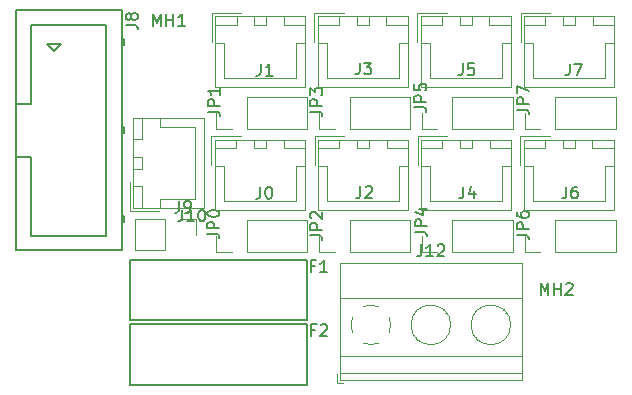
<source format=gbr>
%TF.GenerationSoftware,KiCad,Pcbnew,(5.1.10-1-10_14)*%
%TF.CreationDate,2022-01-16T00:04:22-08:00*%
%TF.ProjectId,FanExpander-kicad,46616e45-7870-4616-9e64-65722d6b6963,rev?*%
%TF.SameCoordinates,Original*%
%TF.FileFunction,Legend,Top*%
%TF.FilePolarity,Positive*%
%FSLAX46Y46*%
G04 Gerber Fmt 4.6, Leading zero omitted, Abs format (unit mm)*
G04 Created by KiCad (PCBNEW (5.1.10-1-10_14)) date 2022-01-16 00:04:22*
%MOMM*%
%LPD*%
G01*
G04 APERTURE LIST*
%ADD10C,0.120000*%
%ADD11C,0.150000*%
G04 APERTURE END LIST*
D10*
%TO.C,J12*%
X73892200Y-73710800D02*
G75*
G03*
X73892200Y-73710800I-1680000J0D01*
G01*
X78972200Y-73710800D02*
G75*
G03*
X78972200Y-73710800I-1680000J0D01*
G01*
X64532200Y-77810800D02*
X79892200Y-77810800D01*
X64532200Y-76310800D02*
X79892200Y-76310800D01*
X64532200Y-71409800D02*
X79892200Y-71409800D01*
X64532200Y-68449800D02*
X79892200Y-68449800D01*
X64532200Y-78370800D02*
X79892200Y-78370800D01*
X64532200Y-68449800D02*
X64532200Y-78370800D01*
X79892200Y-68449800D02*
X79892200Y-78370800D01*
X73487200Y-72641800D02*
X73440200Y-72687800D01*
X71178200Y-74949800D02*
X71143200Y-74984800D01*
X73282200Y-72435800D02*
X73247200Y-72471800D01*
X70985200Y-74733800D02*
X70938200Y-74779800D01*
X78567200Y-72641800D02*
X78520200Y-72687800D01*
X76258200Y-74949800D02*
X76223200Y-74984800D01*
X78362200Y-72435800D02*
X78327200Y-72471800D01*
X76065200Y-74733800D02*
X76018200Y-74779800D01*
X64292200Y-77870800D02*
X64292200Y-78610800D01*
X64292200Y-78610800D02*
X64792200Y-78610800D01*
X67161005Y-75391053D02*
G75*
G02*
X66448200Y-75245800I-28805J1680253D01*
G01*
X65596774Y-74393842D02*
G75*
G02*
X65597200Y-73026800I1535426J683042D01*
G01*
X66449158Y-72175374D02*
G75*
G02*
X67816200Y-72175800I683042J-1535426D01*
G01*
X68667626Y-73027758D02*
G75*
G02*
X68667200Y-74394800I-1535426J-683042D01*
G01*
X67815518Y-75245556D02*
G75*
G02*
X67132200Y-75390800I-683318J1534756D01*
G01*
D11*
%TO.C,F1*%
X61754400Y-73314400D02*
X61754400Y-68214400D01*
X61754400Y-68214400D02*
X46754400Y-68214400D01*
X46754400Y-68214400D02*
X46754400Y-73314400D01*
X46754400Y-73314400D02*
X61754400Y-73314400D01*
%TO.C,F2*%
X61754400Y-78775400D02*
X61754400Y-73675400D01*
X61754400Y-73675400D02*
X46754400Y-73675400D01*
X46754400Y-73675400D02*
X46754400Y-78775400D01*
X46754400Y-78775400D02*
X61754400Y-78775400D01*
%TO.C,J8*%
X37084400Y-47088900D02*
X46024400Y-47088900D01*
X46024400Y-47088900D02*
X46024400Y-67388900D01*
X46024400Y-67388900D02*
X37084400Y-67388900D01*
X37084400Y-67388900D02*
X37084400Y-47088900D01*
X37084400Y-55013900D02*
X38384400Y-55013900D01*
X38384400Y-55013900D02*
X38384400Y-48288900D01*
X38384400Y-48288900D02*
X44724400Y-48288900D01*
X44724400Y-48288900D02*
X44724400Y-66188900D01*
X44724400Y-66188900D02*
X38384400Y-66188900D01*
X38384400Y-66188900D02*
X38384400Y-59463900D01*
X38384400Y-59463900D02*
X37084400Y-59463900D01*
X46024400Y-56988900D02*
X46224400Y-56988900D01*
X46224400Y-56988900D02*
X46224400Y-57488900D01*
X46224400Y-57488900D02*
X46024400Y-57488900D01*
X46124400Y-56988900D02*
X46124400Y-57488900D01*
X46024400Y-64468900D02*
X46224400Y-64468900D01*
X46224400Y-64468900D02*
X46224400Y-64968900D01*
X46224400Y-64968900D02*
X46024400Y-64968900D01*
X46124400Y-64468900D02*
X46124400Y-64968900D01*
X46024400Y-49508900D02*
X46224400Y-49508900D01*
X46224400Y-49508900D02*
X46224400Y-50008900D01*
X46224400Y-50008900D02*
X46024400Y-50008900D01*
X46124400Y-49508900D02*
X46124400Y-50008900D01*
X39684400Y-49958900D02*
X40884400Y-49958900D01*
X40884400Y-49958900D02*
X40284400Y-50558900D01*
X40284400Y-50558900D02*
X39684400Y-49958900D01*
D10*
%TO.C,J3*%
X62639100Y-47588000D02*
X62639100Y-53538000D01*
X62639100Y-53538000D02*
X70239100Y-53538000D01*
X70239100Y-53538000D02*
X70239100Y-47588000D01*
X70239100Y-47588000D02*
X62639100Y-47588000D01*
X65939100Y-47588000D02*
X65939100Y-48338000D01*
X65939100Y-48338000D02*
X66939100Y-48338000D01*
X66939100Y-48338000D02*
X66939100Y-47588000D01*
X66939100Y-47588000D02*
X65939100Y-47588000D01*
X62639100Y-47588000D02*
X62639100Y-48338000D01*
X62639100Y-48338000D02*
X64439100Y-48338000D01*
X64439100Y-48338000D02*
X64439100Y-47588000D01*
X64439100Y-47588000D02*
X62639100Y-47588000D01*
X68439100Y-47588000D02*
X68439100Y-48338000D01*
X68439100Y-48338000D02*
X70239100Y-48338000D01*
X70239100Y-48338000D02*
X70239100Y-47588000D01*
X70239100Y-47588000D02*
X68439100Y-47588000D01*
X62639100Y-49838000D02*
X63389100Y-49838000D01*
X63389100Y-49838000D02*
X63389100Y-52788000D01*
X63389100Y-52788000D02*
X66439100Y-52788000D01*
X70239100Y-49838000D02*
X69489100Y-49838000D01*
X69489100Y-49838000D02*
X69489100Y-52788000D01*
X69489100Y-52788000D02*
X66439100Y-52788000D01*
X64839100Y-47288000D02*
X62339100Y-47288000D01*
X62339100Y-47288000D02*
X62339100Y-49788000D01*
%TO.C,J9*%
X52333200Y-64735400D02*
X52333200Y-66065400D01*
X51003200Y-64735400D02*
X52333200Y-64735400D01*
X49733200Y-64735400D02*
X49733200Y-67395400D01*
X49733200Y-67395400D02*
X47133200Y-67395400D01*
X49733200Y-64735400D02*
X47133200Y-64735400D01*
X47133200Y-64735400D02*
X47133200Y-67395400D01*
%TO.C,JP0*%
X61756600Y-67522400D02*
X61756600Y-64862400D01*
X56616600Y-67522400D02*
X61756600Y-67522400D01*
X56616600Y-64862400D02*
X61756600Y-64862400D01*
X56616600Y-67522400D02*
X56616600Y-64862400D01*
X55346600Y-67522400D02*
X54016600Y-67522400D01*
X54016600Y-67522400D02*
X54016600Y-66192400D01*
%TO.C,J10*%
X47029200Y-63789400D02*
X52979200Y-63789400D01*
X52979200Y-63789400D02*
X52979200Y-56189400D01*
X52979200Y-56189400D02*
X47029200Y-56189400D01*
X47029200Y-56189400D02*
X47029200Y-63789400D01*
X47029200Y-60489400D02*
X47779200Y-60489400D01*
X47779200Y-60489400D02*
X47779200Y-59489400D01*
X47779200Y-59489400D02*
X47029200Y-59489400D01*
X47029200Y-59489400D02*
X47029200Y-60489400D01*
X47029200Y-63789400D02*
X47779200Y-63789400D01*
X47779200Y-63789400D02*
X47779200Y-61989400D01*
X47779200Y-61989400D02*
X47029200Y-61989400D01*
X47029200Y-61989400D02*
X47029200Y-63789400D01*
X47029200Y-57989400D02*
X47779200Y-57989400D01*
X47779200Y-57989400D02*
X47779200Y-56189400D01*
X47779200Y-56189400D02*
X47029200Y-56189400D01*
X47029200Y-56189400D02*
X47029200Y-57989400D01*
X49279200Y-63789400D02*
X49279200Y-63039400D01*
X49279200Y-63039400D02*
X52229200Y-63039400D01*
X52229200Y-63039400D02*
X52229200Y-59989400D01*
X49279200Y-56189400D02*
X49279200Y-56939400D01*
X49279200Y-56939400D02*
X52229200Y-56939400D01*
X52229200Y-56939400D02*
X52229200Y-59989400D01*
X46729200Y-61589400D02*
X46729200Y-64089400D01*
X46729200Y-64089400D02*
X49229200Y-64089400D01*
%TO.C,J0*%
X53939600Y-58014700D02*
X53939600Y-63964700D01*
X53939600Y-63964700D02*
X61539600Y-63964700D01*
X61539600Y-63964700D02*
X61539600Y-58014700D01*
X61539600Y-58014700D02*
X53939600Y-58014700D01*
X57239600Y-58014700D02*
X57239600Y-58764700D01*
X57239600Y-58764700D02*
X58239600Y-58764700D01*
X58239600Y-58764700D02*
X58239600Y-58014700D01*
X58239600Y-58014700D02*
X57239600Y-58014700D01*
X53939600Y-58014700D02*
X53939600Y-58764700D01*
X53939600Y-58764700D02*
X55739600Y-58764700D01*
X55739600Y-58764700D02*
X55739600Y-58014700D01*
X55739600Y-58014700D02*
X53939600Y-58014700D01*
X59739600Y-58014700D02*
X59739600Y-58764700D01*
X59739600Y-58764700D02*
X61539600Y-58764700D01*
X61539600Y-58764700D02*
X61539600Y-58014700D01*
X61539600Y-58014700D02*
X59739600Y-58014700D01*
X53939600Y-60264700D02*
X54689600Y-60264700D01*
X54689600Y-60264700D02*
X54689600Y-63214700D01*
X54689600Y-63214700D02*
X57739600Y-63214700D01*
X61539600Y-60264700D02*
X60789600Y-60264700D01*
X60789600Y-60264700D02*
X60789600Y-63214700D01*
X60789600Y-63214700D02*
X57739600Y-63214700D01*
X56139600Y-57714700D02*
X53639600Y-57714700D01*
X53639600Y-57714700D02*
X53639600Y-60214700D01*
%TO.C,JP7*%
X80153200Y-57108400D02*
X80153200Y-55778400D01*
X81483200Y-57108400D02*
X80153200Y-57108400D01*
X82753200Y-57108400D02*
X82753200Y-54448400D01*
X82753200Y-54448400D02*
X87893200Y-54448400D01*
X82753200Y-57108400D02*
X87893200Y-57108400D01*
X87893200Y-57108400D02*
X87893200Y-54448400D01*
%TO.C,JP1*%
X54016600Y-57108400D02*
X54016600Y-55778400D01*
X55346600Y-57108400D02*
X54016600Y-57108400D01*
X56616600Y-57108400D02*
X56616600Y-54448400D01*
X56616600Y-54448400D02*
X61756600Y-54448400D01*
X56616600Y-57108400D02*
X61756600Y-57108400D01*
X61756600Y-57108400D02*
X61756600Y-54448400D01*
%TO.C,J7*%
X79814300Y-47288000D02*
X79814300Y-49788000D01*
X82314300Y-47288000D02*
X79814300Y-47288000D01*
X86964300Y-52788000D02*
X83914300Y-52788000D01*
X86964300Y-49838000D02*
X86964300Y-52788000D01*
X87714300Y-49838000D02*
X86964300Y-49838000D01*
X80864300Y-52788000D02*
X83914300Y-52788000D01*
X80864300Y-49838000D02*
X80864300Y-52788000D01*
X80114300Y-49838000D02*
X80864300Y-49838000D01*
X87714300Y-47588000D02*
X85914300Y-47588000D01*
X87714300Y-48338000D02*
X87714300Y-47588000D01*
X85914300Y-48338000D02*
X87714300Y-48338000D01*
X85914300Y-47588000D02*
X85914300Y-48338000D01*
X81914300Y-47588000D02*
X80114300Y-47588000D01*
X81914300Y-48338000D02*
X81914300Y-47588000D01*
X80114300Y-48338000D02*
X81914300Y-48338000D01*
X80114300Y-47588000D02*
X80114300Y-48338000D01*
X84414300Y-47588000D02*
X83414300Y-47588000D01*
X84414300Y-48338000D02*
X84414300Y-47588000D01*
X83414300Y-48338000D02*
X84414300Y-48338000D01*
X83414300Y-47588000D02*
X83414300Y-48338000D01*
X87714300Y-47588000D02*
X80114300Y-47588000D01*
X87714300Y-53538000D02*
X87714300Y-47588000D01*
X80114300Y-53538000D02*
X87714300Y-53538000D01*
X80114300Y-47588000D02*
X80114300Y-53538000D01*
%TO.C,J1*%
X53665000Y-47288000D02*
X53665000Y-49788000D01*
X56165000Y-47288000D02*
X53665000Y-47288000D01*
X60815000Y-52788000D02*
X57765000Y-52788000D01*
X60815000Y-49838000D02*
X60815000Y-52788000D01*
X61565000Y-49838000D02*
X60815000Y-49838000D01*
X54715000Y-52788000D02*
X57765000Y-52788000D01*
X54715000Y-49838000D02*
X54715000Y-52788000D01*
X53965000Y-49838000D02*
X54715000Y-49838000D01*
X61565000Y-47588000D02*
X59765000Y-47588000D01*
X61565000Y-48338000D02*
X61565000Y-47588000D01*
X59765000Y-48338000D02*
X61565000Y-48338000D01*
X59765000Y-47588000D02*
X59765000Y-48338000D01*
X55765000Y-47588000D02*
X53965000Y-47588000D01*
X55765000Y-48338000D02*
X55765000Y-47588000D01*
X53965000Y-48338000D02*
X55765000Y-48338000D01*
X53965000Y-47588000D02*
X53965000Y-48338000D01*
X58265000Y-47588000D02*
X57265000Y-47588000D01*
X58265000Y-48338000D02*
X58265000Y-47588000D01*
X57265000Y-48338000D02*
X58265000Y-48338000D01*
X57265000Y-47588000D02*
X57265000Y-48338000D01*
X61565000Y-47588000D02*
X53965000Y-47588000D01*
X61565000Y-53538000D02*
X61565000Y-47588000D01*
X53965000Y-53538000D02*
X61565000Y-53538000D01*
X53965000Y-47588000D02*
X53965000Y-53538000D01*
%TO.C,J6*%
X80088900Y-58014700D02*
X80088900Y-63964700D01*
X80088900Y-63964700D02*
X87688900Y-63964700D01*
X87688900Y-63964700D02*
X87688900Y-58014700D01*
X87688900Y-58014700D02*
X80088900Y-58014700D01*
X83388900Y-58014700D02*
X83388900Y-58764700D01*
X83388900Y-58764700D02*
X84388900Y-58764700D01*
X84388900Y-58764700D02*
X84388900Y-58014700D01*
X84388900Y-58014700D02*
X83388900Y-58014700D01*
X80088900Y-58014700D02*
X80088900Y-58764700D01*
X80088900Y-58764700D02*
X81888900Y-58764700D01*
X81888900Y-58764700D02*
X81888900Y-58014700D01*
X81888900Y-58014700D02*
X80088900Y-58014700D01*
X85888900Y-58014700D02*
X85888900Y-58764700D01*
X85888900Y-58764700D02*
X87688900Y-58764700D01*
X87688900Y-58764700D02*
X87688900Y-58014700D01*
X87688900Y-58014700D02*
X85888900Y-58014700D01*
X80088900Y-60264700D02*
X80838900Y-60264700D01*
X80838900Y-60264700D02*
X80838900Y-63214700D01*
X80838900Y-63214700D02*
X83888900Y-63214700D01*
X87688900Y-60264700D02*
X86938900Y-60264700D01*
X86938900Y-60264700D02*
X86938900Y-63214700D01*
X86938900Y-63214700D02*
X83888900Y-63214700D01*
X82288900Y-57714700D02*
X79788900Y-57714700D01*
X79788900Y-57714700D02*
X79788900Y-60214700D01*
%TO.C,J5*%
X71364000Y-47588000D02*
X71364000Y-53538000D01*
X71364000Y-53538000D02*
X78964000Y-53538000D01*
X78964000Y-53538000D02*
X78964000Y-47588000D01*
X78964000Y-47588000D02*
X71364000Y-47588000D01*
X74664000Y-47588000D02*
X74664000Y-48338000D01*
X74664000Y-48338000D02*
X75664000Y-48338000D01*
X75664000Y-48338000D02*
X75664000Y-47588000D01*
X75664000Y-47588000D02*
X74664000Y-47588000D01*
X71364000Y-47588000D02*
X71364000Y-48338000D01*
X71364000Y-48338000D02*
X73164000Y-48338000D01*
X73164000Y-48338000D02*
X73164000Y-47588000D01*
X73164000Y-47588000D02*
X71364000Y-47588000D01*
X77164000Y-47588000D02*
X77164000Y-48338000D01*
X77164000Y-48338000D02*
X78964000Y-48338000D01*
X78964000Y-48338000D02*
X78964000Y-47588000D01*
X78964000Y-47588000D02*
X77164000Y-47588000D01*
X71364000Y-49838000D02*
X72114000Y-49838000D01*
X72114000Y-49838000D02*
X72114000Y-52788000D01*
X72114000Y-52788000D02*
X75164000Y-52788000D01*
X78964000Y-49838000D02*
X78214000Y-49838000D01*
X78214000Y-49838000D02*
X78214000Y-52788000D01*
X78214000Y-52788000D02*
X75164000Y-52788000D01*
X73564000Y-47288000D02*
X71064000Y-47288000D01*
X71064000Y-47288000D02*
X71064000Y-49788000D01*
%TO.C,JP6*%
X87893200Y-67522400D02*
X87893200Y-64862400D01*
X82753200Y-67522400D02*
X87893200Y-67522400D01*
X82753200Y-64862400D02*
X87893200Y-64862400D01*
X82753200Y-67522400D02*
X82753200Y-64862400D01*
X81483200Y-67522400D02*
X80153200Y-67522400D01*
X80153200Y-67522400D02*
X80153200Y-66192400D01*
%TO.C,JP5*%
X79181000Y-57108400D02*
X79181000Y-54448400D01*
X74041000Y-57108400D02*
X79181000Y-57108400D01*
X74041000Y-54448400D02*
X79181000Y-54448400D01*
X74041000Y-57108400D02*
X74041000Y-54448400D01*
X72771000Y-57108400D02*
X71441000Y-57108400D01*
X71441000Y-57108400D02*
X71441000Y-55778400D01*
%TO.C,J4*%
X71389400Y-58014700D02*
X71389400Y-63964700D01*
X71389400Y-63964700D02*
X78989400Y-63964700D01*
X78989400Y-63964700D02*
X78989400Y-58014700D01*
X78989400Y-58014700D02*
X71389400Y-58014700D01*
X74689400Y-58014700D02*
X74689400Y-58764700D01*
X74689400Y-58764700D02*
X75689400Y-58764700D01*
X75689400Y-58764700D02*
X75689400Y-58014700D01*
X75689400Y-58014700D02*
X74689400Y-58014700D01*
X71389400Y-58014700D02*
X71389400Y-58764700D01*
X71389400Y-58764700D02*
X73189400Y-58764700D01*
X73189400Y-58764700D02*
X73189400Y-58014700D01*
X73189400Y-58014700D02*
X71389400Y-58014700D01*
X77189400Y-58014700D02*
X77189400Y-58764700D01*
X77189400Y-58764700D02*
X78989400Y-58764700D01*
X78989400Y-58764700D02*
X78989400Y-58014700D01*
X78989400Y-58014700D02*
X77189400Y-58014700D01*
X71389400Y-60264700D02*
X72139400Y-60264700D01*
X72139400Y-60264700D02*
X72139400Y-63214700D01*
X72139400Y-63214700D02*
X75189400Y-63214700D01*
X78989400Y-60264700D02*
X78239400Y-60264700D01*
X78239400Y-60264700D02*
X78239400Y-63214700D01*
X78239400Y-63214700D02*
X75189400Y-63214700D01*
X73589400Y-57714700D02*
X71089400Y-57714700D01*
X71089400Y-57714700D02*
X71089400Y-60214700D01*
%TO.C,JP4*%
X79181000Y-67522400D02*
X79181000Y-64862400D01*
X74041000Y-67522400D02*
X79181000Y-67522400D01*
X74041000Y-64862400D02*
X79181000Y-64862400D01*
X74041000Y-67522400D02*
X74041000Y-64862400D01*
X72771000Y-67522400D02*
X71441000Y-67522400D01*
X71441000Y-67522400D02*
X71441000Y-66192400D01*
%TO.C,JP3*%
X70468800Y-57108400D02*
X70468800Y-54448400D01*
X65328800Y-57108400D02*
X70468800Y-57108400D01*
X65328800Y-54448400D02*
X70468800Y-54448400D01*
X65328800Y-57108400D02*
X65328800Y-54448400D01*
X64058800Y-57108400D02*
X62728800Y-57108400D01*
X62728800Y-57108400D02*
X62728800Y-55778400D01*
%TO.C,J2*%
X62664500Y-58014700D02*
X62664500Y-63964700D01*
X62664500Y-63964700D02*
X70264500Y-63964700D01*
X70264500Y-63964700D02*
X70264500Y-58014700D01*
X70264500Y-58014700D02*
X62664500Y-58014700D01*
X65964500Y-58014700D02*
X65964500Y-58764700D01*
X65964500Y-58764700D02*
X66964500Y-58764700D01*
X66964500Y-58764700D02*
X66964500Y-58014700D01*
X66964500Y-58014700D02*
X65964500Y-58014700D01*
X62664500Y-58014700D02*
X62664500Y-58764700D01*
X62664500Y-58764700D02*
X64464500Y-58764700D01*
X64464500Y-58764700D02*
X64464500Y-58014700D01*
X64464500Y-58014700D02*
X62664500Y-58014700D01*
X68464500Y-58014700D02*
X68464500Y-58764700D01*
X68464500Y-58764700D02*
X70264500Y-58764700D01*
X70264500Y-58764700D02*
X70264500Y-58014700D01*
X70264500Y-58014700D02*
X68464500Y-58014700D01*
X62664500Y-60264700D02*
X63414500Y-60264700D01*
X63414500Y-60264700D02*
X63414500Y-63214700D01*
X63414500Y-63214700D02*
X66464500Y-63214700D01*
X70264500Y-60264700D02*
X69514500Y-60264700D01*
X69514500Y-60264700D02*
X69514500Y-63214700D01*
X69514500Y-63214700D02*
X66464500Y-63214700D01*
X64864500Y-57714700D02*
X62364500Y-57714700D01*
X62364500Y-57714700D02*
X62364500Y-60214700D01*
%TO.C,JP2*%
X70468800Y-67522400D02*
X70468800Y-64862400D01*
X65328800Y-67522400D02*
X70468800Y-67522400D01*
X65328800Y-64862400D02*
X70468800Y-64862400D01*
X65328800Y-67522400D02*
X65328800Y-64862400D01*
X64058800Y-67522400D02*
X62728800Y-67522400D01*
X62728800Y-67522400D02*
X62728800Y-66192400D01*
%TO.C,J12*%
D11*
X71402676Y-66903180D02*
X71402676Y-67617466D01*
X71355057Y-67760323D01*
X71259819Y-67855561D01*
X71116961Y-67903180D01*
X71021723Y-67903180D01*
X72402676Y-67903180D02*
X71831247Y-67903180D01*
X72116961Y-67903180D02*
X72116961Y-66903180D01*
X72021723Y-67046038D01*
X71926485Y-67141276D01*
X71831247Y-67188895D01*
X72783628Y-66998419D02*
X72831247Y-66950800D01*
X72926485Y-66903180D01*
X73164580Y-66903180D01*
X73259819Y-66950800D01*
X73307438Y-66998419D01*
X73355057Y-67093657D01*
X73355057Y-67188895D01*
X73307438Y-67331752D01*
X72736009Y-67903180D01*
X73355057Y-67903180D01*
%TO.C,F1*%
X62379266Y-68711771D02*
X62045933Y-68711771D01*
X62045933Y-69235580D02*
X62045933Y-68235580D01*
X62522123Y-68235580D01*
X63426885Y-69235580D02*
X62855457Y-69235580D01*
X63141171Y-69235580D02*
X63141171Y-68235580D01*
X63045933Y-68378438D01*
X62950695Y-68473676D01*
X62855457Y-68521295D01*
%TO.C,F2*%
X62404666Y-74121971D02*
X62071333Y-74121971D01*
X62071333Y-74645780D02*
X62071333Y-73645780D01*
X62547523Y-73645780D01*
X62880857Y-73741019D02*
X62928476Y-73693400D01*
X63023714Y-73645780D01*
X63261809Y-73645780D01*
X63357047Y-73693400D01*
X63404666Y-73741019D01*
X63452285Y-73836257D01*
X63452285Y-73931495D01*
X63404666Y-74074352D01*
X62833238Y-74645780D01*
X63452285Y-74645780D01*
%TO.C,J8*%
X46391580Y-48313933D02*
X47105866Y-48313933D01*
X47248723Y-48361552D01*
X47343961Y-48456790D01*
X47391580Y-48599647D01*
X47391580Y-48694885D01*
X46820152Y-47694885D02*
X46772533Y-47790123D01*
X46724914Y-47837742D01*
X46629676Y-47885361D01*
X46582057Y-47885361D01*
X46486819Y-47837742D01*
X46439200Y-47790123D01*
X46391580Y-47694885D01*
X46391580Y-47504409D01*
X46439200Y-47409171D01*
X46486819Y-47361552D01*
X46582057Y-47313933D01*
X46629676Y-47313933D01*
X46724914Y-47361552D01*
X46772533Y-47409171D01*
X46820152Y-47504409D01*
X46820152Y-47694885D01*
X46867771Y-47790123D01*
X46915390Y-47837742D01*
X47010628Y-47885361D01*
X47201104Y-47885361D01*
X47296342Y-47837742D01*
X47343961Y-47790123D01*
X47391580Y-47694885D01*
X47391580Y-47504409D01*
X47343961Y-47409171D01*
X47296342Y-47361552D01*
X47201104Y-47313933D01*
X47010628Y-47313933D01*
X46915390Y-47361552D01*
X46867771Y-47409171D01*
X46820152Y-47504409D01*
%TO.C,J3*%
X66176566Y-51496980D02*
X66176566Y-52211266D01*
X66128947Y-52354123D01*
X66033709Y-52449361D01*
X65890852Y-52496980D01*
X65795614Y-52496980D01*
X66557519Y-51496980D02*
X67176566Y-51496980D01*
X66843233Y-51877933D01*
X66986090Y-51877933D01*
X67081328Y-51925552D01*
X67128947Y-51973171D01*
X67176566Y-52068409D01*
X67176566Y-52306504D01*
X67128947Y-52401742D01*
X67081328Y-52449361D01*
X66986090Y-52496980D01*
X66700376Y-52496980D01*
X66605138Y-52449361D01*
X66557519Y-52401742D01*
%TO.C,MH1*%
X48679266Y-48398580D02*
X48679266Y-47398580D01*
X49012600Y-48112866D01*
X49345933Y-47398580D01*
X49345933Y-48398580D01*
X49822123Y-48398580D02*
X49822123Y-47398580D01*
X49822123Y-47874771D02*
X50393552Y-47874771D01*
X50393552Y-48398580D02*
X50393552Y-47398580D01*
X51393552Y-48398580D02*
X50822123Y-48398580D01*
X51107838Y-48398580D02*
X51107838Y-47398580D01*
X51012600Y-47541438D01*
X50917361Y-47636676D01*
X50822123Y-47684295D01*
%TO.C,J9*%
X50898466Y-63206380D02*
X50898466Y-63920666D01*
X50850847Y-64063523D01*
X50755609Y-64158761D01*
X50612752Y-64206380D01*
X50517514Y-64206380D01*
X51422276Y-64206380D02*
X51612752Y-64206380D01*
X51707990Y-64158761D01*
X51755609Y-64111142D01*
X51850847Y-63968285D01*
X51898466Y-63777809D01*
X51898466Y-63396857D01*
X51850847Y-63301619D01*
X51803228Y-63254000D01*
X51707990Y-63206380D01*
X51517514Y-63206380D01*
X51422276Y-63254000D01*
X51374657Y-63301619D01*
X51327038Y-63396857D01*
X51327038Y-63634952D01*
X51374657Y-63730190D01*
X51422276Y-63777809D01*
X51517514Y-63825428D01*
X51707990Y-63825428D01*
X51803228Y-63777809D01*
X51850847Y-63730190D01*
X51898466Y-63634952D01*
%TO.C,MH2*%
X81505466Y-71165980D02*
X81505466Y-70165980D01*
X81838800Y-70880266D01*
X82172133Y-70165980D01*
X82172133Y-71165980D01*
X82648323Y-71165980D02*
X82648323Y-70165980D01*
X82648323Y-70642171D02*
X83219752Y-70642171D01*
X83219752Y-71165980D02*
X83219752Y-70165980D01*
X83648323Y-70261219D02*
X83695942Y-70213600D01*
X83791180Y-70165980D01*
X84029276Y-70165980D01*
X84124514Y-70213600D01*
X84172133Y-70261219D01*
X84219752Y-70356457D01*
X84219752Y-70451695D01*
X84172133Y-70594552D01*
X83600704Y-71165980D01*
X84219752Y-71165980D01*
%TO.C,JP0*%
X53300380Y-66009733D02*
X54014666Y-66009733D01*
X54157523Y-66057352D01*
X54252761Y-66152590D01*
X54300380Y-66295447D01*
X54300380Y-66390685D01*
X54300380Y-65533542D02*
X53300380Y-65533542D01*
X53300380Y-65152590D01*
X53348000Y-65057352D01*
X53395619Y-65009733D01*
X53490857Y-64962114D01*
X53633714Y-64962114D01*
X53728952Y-65009733D01*
X53776571Y-65057352D01*
X53824190Y-65152590D01*
X53824190Y-65533542D01*
X53300380Y-64343066D02*
X53300380Y-64247828D01*
X53348000Y-64152590D01*
X53395619Y-64104971D01*
X53490857Y-64057352D01*
X53681333Y-64009733D01*
X53919428Y-64009733D01*
X54109904Y-64057352D01*
X54205142Y-64104971D01*
X54252761Y-64152590D01*
X54300380Y-64247828D01*
X54300380Y-64343066D01*
X54252761Y-64438304D01*
X54205142Y-64485923D01*
X54109904Y-64533542D01*
X53919428Y-64581161D01*
X53681333Y-64581161D01*
X53490857Y-64533542D01*
X53395619Y-64485923D01*
X53348000Y-64438304D01*
X53300380Y-64343066D01*
%TO.C,J10*%
X51158876Y-63942980D02*
X51158876Y-64657266D01*
X51111257Y-64800123D01*
X51016019Y-64895361D01*
X50873161Y-64942980D01*
X50777923Y-64942980D01*
X52158876Y-64942980D02*
X51587447Y-64942980D01*
X51873161Y-64942980D02*
X51873161Y-63942980D01*
X51777923Y-64085838D01*
X51682685Y-64181076D01*
X51587447Y-64228695D01*
X52777923Y-63942980D02*
X52873161Y-63942980D01*
X52968400Y-63990600D01*
X53016019Y-64038219D01*
X53063638Y-64133457D01*
X53111257Y-64323933D01*
X53111257Y-64562028D01*
X53063638Y-64752504D01*
X53016019Y-64847742D01*
X52968400Y-64895361D01*
X52873161Y-64942980D01*
X52777923Y-64942980D01*
X52682685Y-64895361D01*
X52635066Y-64847742D01*
X52587447Y-64752504D01*
X52539828Y-64562028D01*
X52539828Y-64323933D01*
X52587447Y-64133457D01*
X52635066Y-64038219D01*
X52682685Y-63990600D01*
X52777923Y-63942980D01*
%TO.C,J0*%
X57781866Y-62025280D02*
X57781866Y-62739566D01*
X57734247Y-62882423D01*
X57639009Y-62977661D01*
X57496152Y-63025280D01*
X57400914Y-63025280D01*
X58448533Y-62025280D02*
X58543771Y-62025280D01*
X58639009Y-62072900D01*
X58686628Y-62120519D01*
X58734247Y-62215757D01*
X58781866Y-62406233D01*
X58781866Y-62644328D01*
X58734247Y-62834804D01*
X58686628Y-62930042D01*
X58639009Y-62977661D01*
X58543771Y-63025280D01*
X58448533Y-63025280D01*
X58353295Y-62977661D01*
X58305676Y-62930042D01*
X58258057Y-62834804D01*
X58210438Y-62644328D01*
X58210438Y-62406233D01*
X58258057Y-62215757D01*
X58305676Y-62120519D01*
X58353295Y-62072900D01*
X58448533Y-62025280D01*
%TO.C,JP7*%
X79513180Y-55494133D02*
X80227466Y-55494133D01*
X80370323Y-55541752D01*
X80465561Y-55636990D01*
X80513180Y-55779847D01*
X80513180Y-55875085D01*
X80513180Y-55017942D02*
X79513180Y-55017942D01*
X79513180Y-54636990D01*
X79560800Y-54541752D01*
X79608419Y-54494133D01*
X79703657Y-54446514D01*
X79846514Y-54446514D01*
X79941752Y-54494133D01*
X79989371Y-54541752D01*
X80036990Y-54636990D01*
X80036990Y-55017942D01*
X79513180Y-54113180D02*
X79513180Y-53446514D01*
X80513180Y-53875085D01*
%TO.C,JP1*%
X53351180Y-55646533D02*
X54065466Y-55646533D01*
X54208323Y-55694152D01*
X54303561Y-55789390D01*
X54351180Y-55932247D01*
X54351180Y-56027485D01*
X54351180Y-55170342D02*
X53351180Y-55170342D01*
X53351180Y-54789390D01*
X53398800Y-54694152D01*
X53446419Y-54646533D01*
X53541657Y-54598914D01*
X53684514Y-54598914D01*
X53779752Y-54646533D01*
X53827371Y-54694152D01*
X53874990Y-54789390D01*
X53874990Y-55170342D01*
X54351180Y-53646533D02*
X54351180Y-54217961D01*
X54351180Y-53932247D02*
X53351180Y-53932247D01*
X53494038Y-54027485D01*
X53589276Y-54122723D01*
X53636895Y-54217961D01*
%TO.C,J7*%
X83956566Y-51585880D02*
X83956566Y-52300166D01*
X83908947Y-52443023D01*
X83813709Y-52538261D01*
X83670852Y-52585880D01*
X83575614Y-52585880D01*
X84337519Y-51585880D02*
X85004185Y-51585880D01*
X84575614Y-52585880D01*
%TO.C,J1*%
X57807266Y-51598580D02*
X57807266Y-52312866D01*
X57759647Y-52455723D01*
X57664409Y-52550961D01*
X57521552Y-52598580D01*
X57426314Y-52598580D01*
X58807266Y-52598580D02*
X58235838Y-52598580D01*
X58521552Y-52598580D02*
X58521552Y-51598580D01*
X58426314Y-51741438D01*
X58331076Y-51836676D01*
X58235838Y-51884295D01*
%TO.C,J6*%
X83677166Y-61999880D02*
X83677166Y-62714166D01*
X83629547Y-62857023D01*
X83534309Y-62952261D01*
X83391452Y-62999880D01*
X83296214Y-62999880D01*
X84581928Y-61999880D02*
X84391452Y-61999880D01*
X84296214Y-62047500D01*
X84248595Y-62095119D01*
X84153357Y-62237976D01*
X84105738Y-62428452D01*
X84105738Y-62809404D01*
X84153357Y-62904642D01*
X84200976Y-62952261D01*
X84296214Y-62999880D01*
X84486690Y-62999880D01*
X84581928Y-62952261D01*
X84629547Y-62904642D01*
X84677166Y-62809404D01*
X84677166Y-62571309D01*
X84629547Y-62476071D01*
X84581928Y-62428452D01*
X84486690Y-62380833D01*
X84296214Y-62380833D01*
X84200976Y-62428452D01*
X84153357Y-62476071D01*
X84105738Y-62571309D01*
%TO.C,J5*%
X74901466Y-51573180D02*
X74901466Y-52287466D01*
X74853847Y-52430323D01*
X74758609Y-52525561D01*
X74615752Y-52573180D01*
X74520514Y-52573180D01*
X75853847Y-51573180D02*
X75377657Y-51573180D01*
X75330038Y-52049371D01*
X75377657Y-52001752D01*
X75472895Y-51954133D01*
X75710990Y-51954133D01*
X75806228Y-52001752D01*
X75853847Y-52049371D01*
X75901466Y-52144609D01*
X75901466Y-52382704D01*
X75853847Y-52477942D01*
X75806228Y-52525561D01*
X75710990Y-52573180D01*
X75472895Y-52573180D01*
X75377657Y-52525561D01*
X75330038Y-52477942D01*
%TO.C,JP6*%
X79487780Y-66085933D02*
X80202066Y-66085933D01*
X80344923Y-66133552D01*
X80440161Y-66228790D01*
X80487780Y-66371647D01*
X80487780Y-66466885D01*
X80487780Y-65609742D02*
X79487780Y-65609742D01*
X79487780Y-65228790D01*
X79535400Y-65133552D01*
X79583019Y-65085933D01*
X79678257Y-65038314D01*
X79821114Y-65038314D01*
X79916352Y-65085933D01*
X79963971Y-65133552D01*
X80011590Y-65228790D01*
X80011590Y-65609742D01*
X79487780Y-64181171D02*
X79487780Y-64371647D01*
X79535400Y-64466885D01*
X79583019Y-64514504D01*
X79725876Y-64609742D01*
X79916352Y-64657361D01*
X80297304Y-64657361D01*
X80392542Y-64609742D01*
X80440161Y-64562123D01*
X80487780Y-64466885D01*
X80487780Y-64276409D01*
X80440161Y-64181171D01*
X80392542Y-64133552D01*
X80297304Y-64085933D01*
X80059209Y-64085933D01*
X79963971Y-64133552D01*
X79916352Y-64181171D01*
X79868733Y-64276409D01*
X79868733Y-64466885D01*
X79916352Y-64562123D01*
X79963971Y-64609742D01*
X80059209Y-64657361D01*
%TO.C,JP5*%
X70826380Y-55290933D02*
X71540666Y-55290933D01*
X71683523Y-55338552D01*
X71778761Y-55433790D01*
X71826380Y-55576647D01*
X71826380Y-55671885D01*
X71826380Y-54814742D02*
X70826380Y-54814742D01*
X70826380Y-54433790D01*
X70874000Y-54338552D01*
X70921619Y-54290933D01*
X71016857Y-54243314D01*
X71159714Y-54243314D01*
X71254952Y-54290933D01*
X71302571Y-54338552D01*
X71350190Y-54433790D01*
X71350190Y-54814742D01*
X70826380Y-53338552D02*
X70826380Y-53814742D01*
X71302571Y-53862361D01*
X71254952Y-53814742D01*
X71207333Y-53719504D01*
X71207333Y-53481409D01*
X71254952Y-53386171D01*
X71302571Y-53338552D01*
X71397809Y-53290933D01*
X71635904Y-53290933D01*
X71731142Y-53338552D01*
X71778761Y-53386171D01*
X71826380Y-53481409D01*
X71826380Y-53719504D01*
X71778761Y-53814742D01*
X71731142Y-53862361D01*
%TO.C,J4*%
X74977666Y-61999880D02*
X74977666Y-62714166D01*
X74930047Y-62857023D01*
X74834809Y-62952261D01*
X74691952Y-62999880D01*
X74596714Y-62999880D01*
X75882428Y-62333214D02*
X75882428Y-62999880D01*
X75644333Y-61952261D02*
X75406238Y-62666547D01*
X76025285Y-62666547D01*
%TO.C,JP4*%
X70877180Y-65831933D02*
X71591466Y-65831933D01*
X71734323Y-65879552D01*
X71829561Y-65974790D01*
X71877180Y-66117647D01*
X71877180Y-66212885D01*
X71877180Y-65355742D02*
X70877180Y-65355742D01*
X70877180Y-64974790D01*
X70924800Y-64879552D01*
X70972419Y-64831933D01*
X71067657Y-64784314D01*
X71210514Y-64784314D01*
X71305752Y-64831933D01*
X71353371Y-64879552D01*
X71400990Y-64974790D01*
X71400990Y-65355742D01*
X71210514Y-63927171D02*
X71877180Y-63927171D01*
X70829561Y-64165266D02*
X71543847Y-64403361D01*
X71543847Y-63784314D01*
%TO.C,JP3*%
X62012580Y-55646533D02*
X62726866Y-55646533D01*
X62869723Y-55694152D01*
X62964961Y-55789390D01*
X63012580Y-55932247D01*
X63012580Y-56027485D01*
X63012580Y-55170342D02*
X62012580Y-55170342D01*
X62012580Y-54789390D01*
X62060200Y-54694152D01*
X62107819Y-54646533D01*
X62203057Y-54598914D01*
X62345914Y-54598914D01*
X62441152Y-54646533D01*
X62488771Y-54694152D01*
X62536390Y-54789390D01*
X62536390Y-55170342D01*
X62012580Y-54265580D02*
X62012580Y-53646533D01*
X62393533Y-53979866D01*
X62393533Y-53837009D01*
X62441152Y-53741771D01*
X62488771Y-53694152D01*
X62584009Y-53646533D01*
X62822104Y-53646533D01*
X62917342Y-53694152D01*
X62964961Y-53741771D01*
X63012580Y-53837009D01*
X63012580Y-54122723D01*
X62964961Y-54217961D01*
X62917342Y-54265580D01*
%TO.C,J2*%
X66252766Y-61974480D02*
X66252766Y-62688766D01*
X66205147Y-62831623D01*
X66109909Y-62926861D01*
X65967052Y-62974480D01*
X65871814Y-62974480D01*
X66681338Y-62069719D02*
X66728957Y-62022100D01*
X66824195Y-61974480D01*
X67062290Y-61974480D01*
X67157528Y-62022100D01*
X67205147Y-62069719D01*
X67252766Y-62164957D01*
X67252766Y-62260195D01*
X67205147Y-62403052D01*
X66633719Y-62974480D01*
X67252766Y-62974480D01*
%TO.C,JP2*%
X62012580Y-66111333D02*
X62726866Y-66111333D01*
X62869723Y-66158952D01*
X62964961Y-66254190D01*
X63012580Y-66397047D01*
X63012580Y-66492285D01*
X63012580Y-65635142D02*
X62012580Y-65635142D01*
X62012580Y-65254190D01*
X62060200Y-65158952D01*
X62107819Y-65111333D01*
X62203057Y-65063714D01*
X62345914Y-65063714D01*
X62441152Y-65111333D01*
X62488771Y-65158952D01*
X62536390Y-65254190D01*
X62536390Y-65635142D01*
X62107819Y-64682761D02*
X62060200Y-64635142D01*
X62012580Y-64539904D01*
X62012580Y-64301809D01*
X62060200Y-64206571D01*
X62107819Y-64158952D01*
X62203057Y-64111333D01*
X62298295Y-64111333D01*
X62441152Y-64158952D01*
X63012580Y-64730380D01*
X63012580Y-64111333D01*
%TD*%
M02*

</source>
